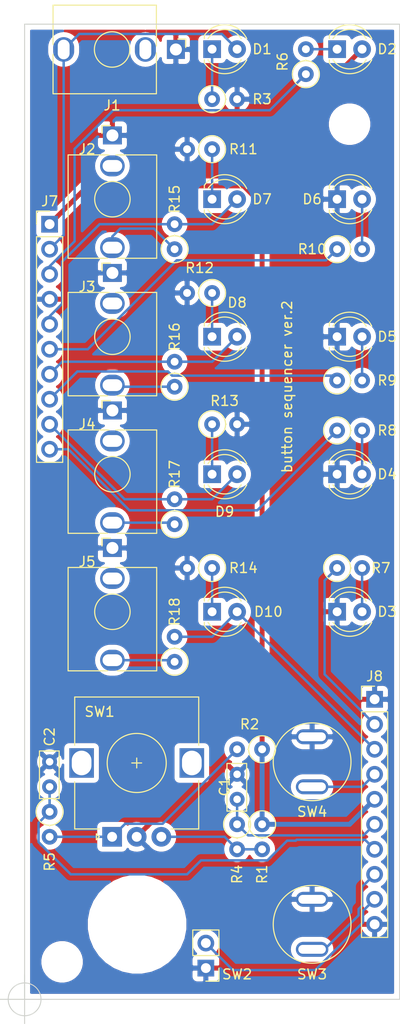
<source format=kicad_pcb>
(kicad_pcb (version 20171130) (host pcbnew "(5.1.8-0-10_14)")
  (layers (0 F.Cu signal) (31 B.Cu signal) (34 B.Paste user) (35 F.Paste user) (36 B.SilkS user) (37 F.SilkS user) (38 B.Mask user) (39 F.Mask user) (44 Edge.Cuts user))
  (net 0 "")
  (net 1 GND)
  (net 2 /Sheet62419879/re_2)
  (net 3 /Sheet62419879/re_1)
  (net 4 "Net-(D1-Pad1)")
  (net 5 /Sheet62419879/clock_in)
  (net 6 "Net-(D2-Pad1)")
  (net 7 +5V)
  (net 8 "Net-(D3-Pad2)")
  (net 9 "Net-(D4-Pad2)")
  (net 10 "Net-(D5-Pad2)")
  (net 11 "Net-(D6-Pad2)")
  (net 12 /Sheet62419879/gate_1)
  (net 13 "Net-(D7-Pad1)")
  (net 14 /Sheet62419879/gate_2)
  (net 15 "Net-(D8-Pad1)")
  (net 16 /Sheet62419879/gate_3)
  (net 17 "Net-(D9-Pad1)")
  (net 18 "Net-(D10-Pad1)")
  (net 19 /Sheet62419879/gate_4)
  (net 20 "Net-(J1-PadTN)")
  (net 21 "Net-(J2-PadTN)")
  (net 22 "Net-(J2-PadT)")
  (net 23 "Net-(J3-PadT)")
  (net 24 "Net-(J3-PadTN)")
  (net 25 "Net-(J4-PadTN)")
  (net 26 "Net-(J4-PadT)")
  (net 27 "Net-(J5-PadT)")
  (net 28 "Net-(J5-PadTN)")
  (net 29 /Sheet62419879/seq_start)
  (net 30 /Sheet62419879/select_1)
  (net 31 /Sheet62419879/select_2)
  (net 32 /Sheet62419879/select_3)
  (net 33 /Sheet62419879/sw_enter)
  (net 34 /Sheet62419879/select_4)
  (net 35 /Sheet62419879/sw_func_2)
  (net 36 /Sheet62419879/sw_func_1)
  (net 37 "Net-(R1-Pad2)")
  (net 38 "Net-(R2-Pad2)")
  (module MountingHole:MountingHole_3.2mm_M3 (layer F.Cu) (at 80.01 146.05)
    (fp_text reference REF** hide)
    (fp_text value MountingHole_3.2mm_M3 hide)
    (pad 1 np_thru_hole circle (at 0 0) (size 3.2 3.2) (drill 3.2) (layers *.Cu *.Mask))
  )
  (module MountingHole:MountingHole_3.2mm_M3 (layer F.Cu) (at 109.22 60.96)
    (fp_text reference REF** hide)
    (fp_text value MountingHole_3.2mm_M3 hide)
    (pad 1 np_thru_hole circle (at 0 0) (size 3.2 3.2) (drill 3.2) (layers *.Cu *.Mask))
  )
  (module Attenuverter:MountingHole_9mm (layer F.Cu) (at 87.63 142.24)
    (fp_text reference REF** hide)
    (fp_text value MountingHole_9mm hide)
    (pad "" np_thru_hole circle (at 0 0) (size 9 9) (drill 9) (layers *.Cu *.Mask))
  )
  (module LED_THT:LED_D4.0mm (layer F.Cu) (at 95.25 53.34)
    (fp_text reference D1 (at 5.08 0) (layer F.SilkS))
    (fp_text value clock)
    (fp_line (start -0.79 -1.399) (end -0.79 -1.08) (layer F.SilkS) (width 0.12))
    (fp_line (start -0.79 1.08) (end -0.79 1.399) (layer F.SilkS) (width 0.12))
    (fp_arc (start 1.27 0) (end -0.79 -1.398749) (angle 120.1) (layer F.SilkS) (width 0.12))
    (fp_arc (start 1.27 0) (end -0.79 1.398749) (angle -120.1) (layer F.SilkS) (width 0.12))
    (fp_arc (start 1.27 0) (end -0.41333 -1.08) (angle 114.6) (layer F.SilkS) (width 0.12))
    (fp_arc (start 1.27 0) (end -0.41333 1.08) (angle -114.6) (layer F.SilkS) (width 0.12))
    (pad 1 thru_hole rect (at 0 0) (size 1.8 1.8) (drill 0.9) (layers *.Cu *.Mask) (net 4 "Net-(D1-Pad1)"))
    (pad 2 thru_hole circle (at 2.54 0) (size 1.8 1.8) (drill 0.9) (layers *.Cu *.Mask) (net 5 /Sheet62419879/clock_in))
  )
  (module LED_THT:LED_D4.0mm (layer F.Cu) (at 107.95 53.34)
    (fp_text reference D2 (at 5.08 0) (layer F.SilkS))
    (fp_text value select4)
    (fp_line (start -0.79 -1.399) (end -0.79 -1.08) (layer F.SilkS) (width 0.12))
    (fp_line (start -0.79 1.08) (end -0.79 1.399) (layer F.SilkS) (width 0.12))
    (fp_arc (start 1.27 0) (end -0.79 -1.398749) (angle 120.1) (layer F.SilkS) (width 0.12))
    (fp_arc (start 1.27 0) (end -0.79 1.398749) (angle -120.1) (layer F.SilkS) (width 0.12))
    (fp_arc (start 1.27 0) (end -0.41333 -1.08) (angle 114.6) (layer F.SilkS) (width 0.12))
    (fp_arc (start 1.27 0) (end -0.41333 1.08) (angle -114.6) (layer F.SilkS) (width 0.12))
    (pad 1 thru_hole rect (at 0 0) (size 1.8 1.8) (drill 0.9) (layers *.Cu *.Mask) (net 6 "Net-(D2-Pad1)"))
    (pad 2 thru_hole circle (at 2.54 0) (size 1.8 1.8) (drill 0.9) (layers *.Cu *.Mask) (net 7 +5V))
  )
  (module LED_THT:LED_D4.0mm (layer F.Cu) (at 107.95 110.49)
    (fp_text reference D3 (at 5.08 0) (layer F.SilkS))
    (fp_text value select4)
    (fp_line (start -0.79 -1.399) (end -0.79 -1.08) (layer F.SilkS) (width 0.12))
    (fp_line (start -0.79 1.08) (end -0.79 1.399) (layer F.SilkS) (width 0.12))
    (fp_arc (start 1.27 0) (end -0.79 -1.398749) (angle 120.1) (layer F.SilkS) (width 0.12))
    (fp_arc (start 1.27 0) (end -0.79 1.398749) (angle -120.1) (layer F.SilkS) (width 0.12))
    (fp_arc (start 1.27 0) (end -0.41333 -1.08) (angle 114.6) (layer F.SilkS) (width 0.12))
    (fp_arc (start 1.27 0) (end -0.41333 1.08) (angle -114.6) (layer F.SilkS) (width 0.12))
    (pad 1 thru_hole rect (at 0 0) (size 1.8 1.8) (drill 0.9) (layers *.Cu *.Mask) (net 1 GND))
    (pad 2 thru_hole circle (at 2.54 0) (size 1.8 1.8) (drill 0.9) (layers *.Cu *.Mask) (net 8 "Net-(D3-Pad2)"))
  )
  (module LED_THT:LED_D4.0mm (layer F.Cu) (at 107.95 96.52)
    (fp_text reference D4 (at 5.08 0) (layer F.SilkS))
    (fp_text value select3)
    (fp_line (start -0.79 1.08) (end -0.79 1.399) (layer F.SilkS) (width 0.12))
    (fp_line (start -0.79 -1.399) (end -0.79 -1.08) (layer F.SilkS) (width 0.12))
    (fp_arc (start 1.27 0) (end -0.41333 1.08) (angle -114.6) (layer F.SilkS) (width 0.12))
    (fp_arc (start 1.27 0) (end -0.41333 -1.08) (angle 114.6) (layer F.SilkS) (width 0.12))
    (fp_arc (start 1.27 0) (end -0.79 1.398749) (angle -120.1) (layer F.SilkS) (width 0.12))
    (fp_arc (start 1.27 0) (end -0.79 -1.398749) (angle 120.1) (layer F.SilkS) (width 0.12))
    (pad 2 thru_hole circle (at 2.54 0) (size 1.8 1.8) (drill 0.9) (layers *.Cu *.Mask) (net 9 "Net-(D4-Pad2)"))
    (pad 1 thru_hole rect (at 0 0) (size 1.8 1.8) (drill 0.9) (layers *.Cu *.Mask) (net 1 GND))
  )
  (module LED_THT:LED_D4.0mm (layer F.Cu) (at 107.95 82.55)
    (fp_text reference D5 (at 5.08 0) (layer F.SilkS))
    (fp_text value select2)
    (fp_line (start -0.79 -1.399) (end -0.79 -1.08) (layer F.SilkS) (width 0.12))
    (fp_line (start -0.79 1.08) (end -0.79 1.399) (layer F.SilkS) (width 0.12))
    (fp_arc (start 1.27 0) (end -0.79 -1.398749) (angle 120.1) (layer F.SilkS) (width 0.12))
    (fp_arc (start 1.27 0) (end -0.79 1.398749) (angle -120.1) (layer F.SilkS) (width 0.12))
    (fp_arc (start 1.27 0) (end -0.41333 -1.08) (angle 114.6) (layer F.SilkS) (width 0.12))
    (fp_arc (start 1.27 0) (end -0.41333 1.08) (angle -114.6) (layer F.SilkS) (width 0.12))
    (pad 1 thru_hole rect (at 0 0) (size 1.8 1.8) (drill 0.9) (layers *.Cu *.Mask) (net 1 GND))
    (pad 2 thru_hole circle (at 2.54 0) (size 1.8 1.8) (drill 0.9) (layers *.Cu *.Mask) (net 10 "Net-(D5-Pad2)"))
  )
  (module LED_THT:LED_D4.0mm (layer F.Cu) (at 107.95 68.58)
    (fp_text reference D6 (at -2.54 0) (layer F.SilkS))
    (fp_text value select1)
    (fp_line (start -0.79 1.08) (end -0.79 1.399) (layer F.SilkS) (width 0.12))
    (fp_line (start -0.79 -1.399) (end -0.79 -1.08) (layer F.SilkS) (width 0.12))
    (fp_arc (start 1.27 0) (end -0.41333 1.08) (angle -114.6) (layer F.SilkS) (width 0.12))
    (fp_arc (start 1.27 0) (end -0.41333 -1.08) (angle 114.6) (layer F.SilkS) (width 0.12))
    (fp_arc (start 1.27 0) (end -0.79 1.398749) (angle -120.1) (layer F.SilkS) (width 0.12))
    (fp_arc (start 1.27 0) (end -0.79 -1.398749) (angle 120.1) (layer F.SilkS) (width 0.12))
    (pad 2 thru_hole circle (at 2.54 0) (size 1.8 1.8) (drill 0.9) (layers *.Cu *.Mask) (net 11 "Net-(D6-Pad2)"))
    (pad 1 thru_hole rect (at 0 0) (size 1.8 1.8) (drill 0.9) (layers *.Cu *.Mask) (net 1 GND))
  )
  (module LED_THT:LED_D4.0mm (layer F.Cu) (at 95.25 68.58)
    (fp_text reference D7 (at 5.08 0) (layer F.SilkS))
    (fp_text value gate1)
    (fp_line (start -0.79 1.08) (end -0.79 1.399) (layer F.SilkS) (width 0.12))
    (fp_line (start -0.79 -1.399) (end -0.79 -1.08) (layer F.SilkS) (width 0.12))
    (fp_arc (start 1.27 0) (end -0.41333 1.08) (angle -114.6) (layer F.SilkS) (width 0.12))
    (fp_arc (start 1.27 0) (end -0.41333 -1.08) (angle 114.6) (layer F.SilkS) (width 0.12))
    (fp_arc (start 1.27 0) (end -0.79 1.398749) (angle -120.1) (layer F.SilkS) (width 0.12))
    (fp_arc (start 1.27 0) (end -0.79 -1.398749) (angle 120.1) (layer F.SilkS) (width 0.12))
    (pad 2 thru_hole circle (at 2.54 0) (size 1.8 1.8) (drill 0.9) (layers *.Cu *.Mask) (net 12 /Sheet62419879/gate_1))
    (pad 1 thru_hole rect (at 0 0) (size 1.8 1.8) (drill 0.9) (layers *.Cu *.Mask) (net 13 "Net-(D7-Pad1)"))
  )
  (module LED_THT:LED_D4.0mm (layer F.Cu) (at 95.25 82.55)
    (fp_text reference D8 (at 2.54 -3.46) (layer F.SilkS))
    (fp_text value gate2)
    (fp_line (start -0.79 1.08) (end -0.79 1.399) (layer F.SilkS) (width 0.12))
    (fp_line (start -0.79 -1.399) (end -0.79 -1.08) (layer F.SilkS) (width 0.12))
    (fp_arc (start 1.27 0) (end -0.41333 1.08) (angle -114.6) (layer F.SilkS) (width 0.12))
    (fp_arc (start 1.27 0) (end -0.41333 -1.08) (angle 114.6) (layer F.SilkS) (width 0.12))
    (fp_arc (start 1.27 0) (end -0.79 1.398749) (angle -120.1) (layer F.SilkS) (width 0.12))
    (fp_arc (start 1.27 0) (end -0.79 -1.398749) (angle 120.1) (layer F.SilkS) (width 0.12))
    (pad 2 thru_hole circle (at 2.54 0) (size 1.8 1.8) (drill 0.9) (layers *.Cu *.Mask) (net 14 /Sheet62419879/gate_2))
    (pad 1 thru_hole rect (at 0 0) (size 1.8 1.8) (drill 0.9) (layers *.Cu *.Mask) (net 15 "Net-(D8-Pad1)"))
  )
  (module LED_THT:LED_D4.0mm (layer F.Cu) (at 95.25 96.52)
    (fp_text reference D9 (at 1.27 3.81) (layer F.SilkS))
    (fp_text value gate3)
    (fp_line (start -0.79 1.08) (end -0.79 1.399) (layer F.SilkS) (width 0.12))
    (fp_line (start -0.79 -1.399) (end -0.79 -1.08) (layer F.SilkS) (width 0.12))
    (fp_arc (start 1.27 0) (end -0.41333 1.08) (angle -114.6) (layer F.SilkS) (width 0.12))
    (fp_arc (start 1.27 0) (end -0.41333 -1.08) (angle 114.6) (layer F.SilkS) (width 0.12))
    (fp_arc (start 1.27 0) (end -0.79 1.398749) (angle -120.1) (layer F.SilkS) (width 0.12))
    (fp_arc (start 1.27 0) (end -0.79 -1.398749) (angle 120.1) (layer F.SilkS) (width 0.12))
    (pad 2 thru_hole circle (at 2.54 0) (size 1.8 1.8) (drill 0.9) (layers *.Cu *.Mask) (net 16 /Sheet62419879/gate_3))
    (pad 1 thru_hole rect (at 0 0) (size 1.8 1.8) (drill 0.9) (layers *.Cu *.Mask) (net 17 "Net-(D9-Pad1)"))
  )
  (module LED_THT:LED_D4.0mm (layer F.Cu) (at 95.25 110.49)
    (fp_text reference D10 (at 5.715 0) (layer F.SilkS))
    (fp_text value gate4)
    (fp_line (start -0.79 -1.399) (end -0.79 -1.08) (layer F.SilkS) (width 0.12))
    (fp_line (start -0.79 1.08) (end -0.79 1.399) (layer F.SilkS) (width 0.12))
    (fp_arc (start 1.27 0) (end -0.79 -1.398749) (angle 120.1) (layer F.SilkS) (width 0.12))
    (fp_arc (start 1.27 0) (end -0.79 1.398749) (angle -120.1) (layer F.SilkS) (width 0.12))
    (fp_arc (start 1.27 0) (end -0.41333 -1.08) (angle 114.6) (layer F.SilkS) (width 0.12))
    (fp_arc (start 1.27 0) (end -0.41333 1.08) (angle -114.6) (layer F.SilkS) (width 0.12))
    (pad 1 thru_hole rect (at 0 0) (size 1.8 1.8) (drill 0.9) (layers *.Cu *.Mask) (net 18 "Net-(D10-Pad1)"))
    (pad 2 thru_hole circle (at 2.54 0) (size 1.8 1.8) (drill 0.9) (layers *.Cu *.Mask) (net 19 /Sheet62419879/gate_4))
  )
  (module Attenuverter:mono_jack_3.5mm (layer F.Cu) (at 85.09 53.34 270)
    (fp_text reference J1 (at 5.715 0 180) (layer F.SilkS))
    (fp_text value clock_in)
    (fp_line (start -1.03 -7.48) (end -0.17 -7.48) (layer F.SilkS) (width 0.12))
    (fp_line (start -0.47 6) (end -4.47 6) (layer F.SilkS) (width 0.12))
    (fp_line (start -4.47 -4.5) (end -4.47 6) (layer F.SilkS) (width 0.12))
    (fp_line (start 4.53 -4.5) (end 4.53 6) (layer F.SilkS) (width 0.12))
    (fp_line (start 4.53 6) (end 0.53 6) (layer F.SilkS) (width 0.12))
    (fp_circle (center 0.03 0) (end 1.83 0) (layer F.SilkS) (width 0.12))
    (fp_line (start -1.03 -7.48) (end -1.03 -6.68) (layer F.SilkS) (width 0.12))
    (fp_line (start -0.32 -4.5) (end -4.47 -4.5) (layer F.SilkS) (width 0.12))
    (fp_line (start 4.53 -4.5) (end 0.38 -4.5) (layer F.SilkS) (width 0.12))
    (pad TN thru_hole oval (at 0.03 -3.38 90) (size 2.5 2.13) (drill oval 2 1.2) (layers *.Cu *.Mask) (net 20 "Net-(J1-PadTN)"))
    (pad T thru_hole oval (at 0.03 4.92 90) (size 2.5 2.13) (drill oval 2 1.2) (layers *.Cu *.Mask) (net 5 /Sheet62419879/clock_in))
    (pad S thru_hole rect (at 0.03 -6.48 90) (size 1.93 1.83) (drill 1.22) (layers *.Cu *.Mask) (net 1 GND))
  )
  (module Attenuverter:mono_jack_3.5mm (layer F.Cu) (at 85.09 68.58)
    (fp_text reference J2 (at -2.54 -5.08) (layer F.SilkS))
    (fp_text value gate_out_1)
    (fp_line (start -1.03 -7.48) (end -0.17 -7.48) (layer F.SilkS) (width 0.12))
    (fp_line (start -0.47 6) (end -4.47 6) (layer F.SilkS) (width 0.12))
    (fp_line (start -4.47 -4.5) (end -4.47 6) (layer F.SilkS) (width 0.12))
    (fp_line (start 4.53 -4.5) (end 4.53 6) (layer F.SilkS) (width 0.12))
    (fp_line (start 4.53 6) (end 0.53 6) (layer F.SilkS) (width 0.12))
    (fp_circle (center 0.03 0) (end 1.83 0) (layer F.SilkS) (width 0.12))
    (fp_line (start -1.03 -7.48) (end -1.03 -6.68) (layer F.SilkS) (width 0.12))
    (fp_line (start -0.32 -4.5) (end -4.47 -4.5) (layer F.SilkS) (width 0.12))
    (fp_line (start 4.53 -4.5) (end 0.38 -4.5) (layer F.SilkS) (width 0.12))
    (pad TN thru_hole oval (at 0.03 -3.38 180) (size 2.5 2.13) (drill oval 2 1.2) (layers *.Cu *.Mask) (net 21 "Net-(J2-PadTN)"))
    (pad T thru_hole oval (at 0.03 4.92 180) (size 2.5 2.13) (drill oval 2 1.2) (layers *.Cu *.Mask) (net 22 "Net-(J2-PadT)"))
    (pad S thru_hole rect (at 0.03 -6.48 180) (size 1.93 1.83) (drill 1.22) (layers *.Cu *.Mask) (net 1 GND))
  )
  (module Attenuverter:mono_jack_3.5mm (layer F.Cu) (at 85.09 82.55)
    (fp_text reference J3 (at -2.54 -5.08) (layer F.SilkS))
    (fp_text value gate_out_2)
    (fp_line (start 4.53 -4.5) (end 0.38 -4.5) (layer F.SilkS) (width 0.12))
    (fp_line (start -0.32 -4.5) (end -4.47 -4.5) (layer F.SilkS) (width 0.12))
    (fp_line (start -1.03 -7.48) (end -1.03 -6.68) (layer F.SilkS) (width 0.12))
    (fp_circle (center 0.03 0) (end 1.83 0) (layer F.SilkS) (width 0.12))
    (fp_line (start 4.53 6) (end 0.53 6) (layer F.SilkS) (width 0.12))
    (fp_line (start 4.53 -4.5) (end 4.53 6) (layer F.SilkS) (width 0.12))
    (fp_line (start -4.47 -4.5) (end -4.47 6) (layer F.SilkS) (width 0.12))
    (fp_line (start -0.47 6) (end -4.47 6) (layer F.SilkS) (width 0.12))
    (fp_line (start -1.03 -7.48) (end -0.17 -7.48) (layer F.SilkS) (width 0.12))
    (pad S thru_hole rect (at 0.03 -6.48 180) (size 1.93 1.83) (drill 1.22) (layers *.Cu *.Mask) (net 1 GND))
    (pad T thru_hole oval (at 0.03 4.92 180) (size 2.5 2.13) (drill oval 2 1.2) (layers *.Cu *.Mask) (net 23 "Net-(J3-PadT)"))
    (pad TN thru_hole oval (at 0.03 -3.38 180) (size 2.5 2.13) (drill oval 2 1.2) (layers *.Cu *.Mask) (net 24 "Net-(J3-PadTN)"))
  )
  (module Attenuverter:mono_jack_3.5mm (layer F.Cu) (at 85.09 96.52)
    (fp_text reference J4 (at -2.54 -5.08) (layer F.SilkS))
    (fp_text value gate_out_3)
    (fp_line (start -1.03 -7.48) (end -0.17 -7.48) (layer F.SilkS) (width 0.12))
    (fp_line (start -0.47 6) (end -4.47 6) (layer F.SilkS) (width 0.12))
    (fp_line (start -4.47 -4.5) (end -4.47 6) (layer F.SilkS) (width 0.12))
    (fp_line (start 4.53 -4.5) (end 4.53 6) (layer F.SilkS) (width 0.12))
    (fp_line (start 4.53 6) (end 0.53 6) (layer F.SilkS) (width 0.12))
    (fp_circle (center 0.03 0) (end 1.83 0) (layer F.SilkS) (width 0.12))
    (fp_line (start -1.03 -7.48) (end -1.03 -6.68) (layer F.SilkS) (width 0.12))
    (fp_line (start -0.32 -4.5) (end -4.47 -4.5) (layer F.SilkS) (width 0.12))
    (fp_line (start 4.53 -4.5) (end 0.38 -4.5) (layer F.SilkS) (width 0.12))
    (pad TN thru_hole oval (at 0.03 -3.38 180) (size 2.5 2.13) (drill oval 2 1.2) (layers *.Cu *.Mask) (net 25 "Net-(J4-PadTN)"))
    (pad T thru_hole oval (at 0.03 4.92 180) (size 2.5 2.13) (drill oval 2 1.2) (layers *.Cu *.Mask) (net 26 "Net-(J4-PadT)"))
    (pad S thru_hole rect (at 0.03 -6.48 180) (size 1.93 1.83) (drill 1.22) (layers *.Cu *.Mask) (net 1 GND))
  )
  (module Attenuverter:mono_jack_3.5mm (layer F.Cu) (at 85.09 110.49)
    (fp_text reference J5 (at -2.54 -5.08) (layer F.SilkS))
    (fp_text value gate_out_4)
    (fp_line (start 4.53 -4.5) (end 0.38 -4.5) (layer F.SilkS) (width 0.12))
    (fp_line (start -0.32 -4.5) (end -4.47 -4.5) (layer F.SilkS) (width 0.12))
    (fp_line (start -1.03 -7.48) (end -1.03 -6.68) (layer F.SilkS) (width 0.12))
    (fp_circle (center 0.03 0) (end 1.83 0) (layer F.SilkS) (width 0.12))
    (fp_line (start 4.53 6) (end 0.53 6) (layer F.SilkS) (width 0.12))
    (fp_line (start 4.53 -4.5) (end 4.53 6) (layer F.SilkS) (width 0.12))
    (fp_line (start -4.47 -4.5) (end -4.47 6) (layer F.SilkS) (width 0.12))
    (fp_line (start -0.47 6) (end -4.47 6) (layer F.SilkS) (width 0.12))
    (fp_line (start -1.03 -7.48) (end -0.17 -7.48) (layer F.SilkS) (width 0.12))
    (pad S thru_hole rect (at 0.03 -6.48 180) (size 1.93 1.83) (drill 1.22) (layers *.Cu *.Mask) (net 1 GND))
    (pad T thru_hole oval (at 0.03 4.92 180) (size 2.5 2.13) (drill oval 2 1.2) (layers *.Cu *.Mask) (net 27 "Net-(J5-PadT)"))
    (pad TN thru_hole oval (at 0.03 -3.38 180) (size 2.5 2.13) (drill oval 2 1.2) (layers *.Cu *.Mask) (net 28 "Net-(J5-PadTN)"))
  )
  (module Resistor_THT:R_Axial_DIN0207_L6.3mm_D2.5mm_P2.54mm_Vertical (layer F.Cu) (at 100.33 132.08 270)
    (fp_text reference R1 (at 5.08 0 90) (layer F.SilkS))
    (fp_text value 10k)
    (fp_circle (center 0 0) (end 1.37 0) (layer F.SilkS) (width 0.12))
    (fp_line (start 1.37 0) (end 1.44 0) (layer F.SilkS) (width 0.12))
    (pad 1 thru_hole circle (at 0 0 270) (size 1.6 1.6) (drill 0.8) (layers *.Cu *.Mask) (net 7 +5V))
    (pad 2 thru_hole oval (at 2.54 0 270) (size 1.6 1.6) (drill 0.8) (layers *.Cu *.Mask) (net 37 "Net-(R1-Pad2)"))
  )
  (module Resistor_THT:R_Axial_DIN0207_L6.3mm_D2.5mm_P2.54mm_Vertical (layer F.Cu) (at 100.33 124.46 180)
    (fp_text reference R2 (at 1.27 2.54) (layer F.SilkS))
    (fp_text value 10k)
    (fp_line (start 1.37 0) (end 1.44 0) (layer F.SilkS) (width 0.12))
    (fp_circle (center 0 0) (end 1.37 0) (layer F.SilkS) (width 0.12))
    (pad 2 thru_hole oval (at 2.54 0 180) (size 1.6 1.6) (drill 0.8) (layers *.Cu *.Mask) (net 38 "Net-(R2-Pad2)"))
    (pad 1 thru_hole circle (at 0 0 180) (size 1.6 1.6) (drill 0.8) (layers *.Cu *.Mask) (net 7 +5V))
  )
  (module Resistor_THT:R_Axial_DIN0207_L6.3mm_D2.5mm_P2.54mm_Vertical (layer F.Cu) (at 95.25 58.42)
    (fp_text reference R3 (at 5.08 0) (layer F.SilkS))
    (fp_text value 10k)
    (fp_circle (center 0 0) (end 1.37 0) (layer F.SilkS) (width 0.12))
    (fp_line (start 1.37 0) (end 1.44 0) (layer F.SilkS) (width 0.12))
    (pad 1 thru_hole circle (at 0 0) (size 1.6 1.6) (drill 0.8) (layers *.Cu *.Mask) (net 4 "Net-(D1-Pad1)"))
    (pad 2 thru_hole oval (at 2.54 0) (size 1.6 1.6) (drill 0.8) (layers *.Cu *.Mask) (net 1 GND))
  )
  (module Resistor_THT:R_Axial_DIN0207_L6.3mm_D2.5mm_P2.54mm_Vertical (layer F.Cu) (at 97.79 132.08 270)
    (fp_text reference R4 (at 5.08 0 90) (layer F.SilkS))
    (fp_text value 10k)
    (fp_line (start 1.37 0) (end 1.44 0) (layer F.SilkS) (width 0.12))
    (fp_circle (center 0 0) (end 1.37 0) (layer F.SilkS) (width 0.12))
    (pad 2 thru_hole oval (at 2.54 0 270) (size 1.6 1.6) (drill 0.8) (layers *.Cu *.Mask) (net 37 "Net-(R1-Pad2)"))
    (pad 1 thru_hole circle (at 0 0 270) (size 1.6 1.6) (drill 0.8) (layers *.Cu *.Mask) (net 2 /Sheet62419879/re_2))
  )
  (module Resistor_THT:R_Axial_DIN0207_L6.3mm_D2.5mm_P2.54mm_Vertical (layer F.Cu) (at 78.74 130.81 270)
    (fp_text reference R5 (at 5.08 0 90) (layer F.SilkS))
    (fp_text value 10k)
    (fp_line (start 1.37 0) (end 1.44 0) (layer F.SilkS) (width 0.12))
    (fp_circle (center 0 0) (end 1.37 0) (layer F.SilkS) (width 0.12))
    (pad 2 thru_hole oval (at 2.54 0 270) (size 1.6 1.6) (drill 0.8) (layers *.Cu *.Mask) (net 38 "Net-(R2-Pad2)"))
    (pad 1 thru_hole circle (at 0 0 270) (size 1.6 1.6) (drill 0.8) (layers *.Cu *.Mask) (net 3 /Sheet62419879/re_1))
  )
  (module Resistor_THT:R_Axial_DIN0207_L6.3mm_D2.5mm_P2.54mm_Vertical (layer F.Cu) (at 104.775 55.88 90)
    (fp_text reference R6 (at 1.27 -2.37 90) (layer F.SilkS))
    (fp_text value 1k)
    (fp_circle (center 0 0) (end 1.37 0) (layer F.SilkS) (width 0.12))
    (fp_line (start 1.37 0) (end 1.44 0) (layer F.SilkS) (width 0.12))
    (pad 1 thru_hole circle (at 0 0 90) (size 1.6 1.6) (drill 0.8) (layers *.Cu *.Mask) (net 29 /Sheet62419879/seq_start))
    (pad 2 thru_hole oval (at 2.54 0 90) (size 1.6 1.6) (drill 0.8) (layers *.Cu *.Mask) (net 6 "Net-(D2-Pad1)"))
  )
  (module Resistor_THT:R_Axial_DIN0207_L6.3mm_D2.5mm_P2.54mm_Vertical (layer F.Cu) (at 107.95 106.045)
    (fp_text reference R7 (at 4.445 0) (layer F.SilkS))
    (fp_text value 1k)
    (fp_circle (center 0 0) (end 1.37 0) (layer F.SilkS) (width 0.12))
    (fp_line (start 1.37 0) (end 1.44 0) (layer F.SilkS) (width 0.12))
    (pad 1 thru_hole circle (at 0 0) (size 1.6 1.6) (drill 0.8) (layers *.Cu *.Mask) (net 34 /Sheet62419879/select_4))
    (pad 2 thru_hole oval (at 2.54 0) (size 1.6 1.6) (drill 0.8) (layers *.Cu *.Mask) (net 8 "Net-(D3-Pad2)"))
  )
  (module Resistor_THT:R_Axial_DIN0207_L6.3mm_D2.5mm_P2.54mm_Vertical (layer F.Cu) (at 107.95 92.075)
    (fp_text reference R8 (at 5.08 0) (layer F.SilkS))
    (fp_text value 1k)
    (fp_line (start 1.37 0) (end 1.44 0) (layer F.SilkS) (width 0.12))
    (fp_circle (center 0 0) (end 1.37 0) (layer F.SilkS) (width 0.12))
    (pad 2 thru_hole oval (at 2.54 0) (size 1.6 1.6) (drill 0.8) (layers *.Cu *.Mask) (net 9 "Net-(D4-Pad2)"))
    (pad 1 thru_hole circle (at 0 0) (size 1.6 1.6) (drill 0.8) (layers *.Cu *.Mask) (net 32 /Sheet62419879/select_3))
  )
  (module Resistor_THT:R_Axial_DIN0207_L6.3mm_D2.5mm_P2.54mm_Vertical (layer F.Cu) (at 107.95 86.995)
    (fp_text reference R9 (at 5.08 0) (layer F.SilkS))
    (fp_text value 1k)
    (fp_circle (center 0 0) (end 1.37 0) (layer F.SilkS) (width 0.12))
    (fp_line (start 1.37 0) (end 1.44 0) (layer F.SilkS) (width 0.12))
    (pad 1 thru_hole circle (at 0 0) (size 1.6 1.6) (drill 0.8) (layers *.Cu *.Mask) (net 31 /Sheet62419879/select_2))
    (pad 2 thru_hole oval (at 2.54 0) (size 1.6 1.6) (drill 0.8) (layers *.Cu *.Mask) (net 10 "Net-(D5-Pad2)"))
  )
  (module Resistor_THT:R_Axial_DIN0207_L6.3mm_D2.5mm_P2.54mm_Vertical (layer F.Cu) (at 107.95 73.66)
    (fp_text reference R10 (at -2.54 0) (layer F.SilkS))
    (fp_text value 1k)
    (fp_line (start 1.37 0) (end 1.44 0) (layer F.SilkS) (width 0.12))
    (fp_circle (center 0 0) (end 1.37 0) (layer F.SilkS) (width 0.12))
    (pad 2 thru_hole oval (at 2.54 0) (size 1.6 1.6) (drill 0.8) (layers *.Cu *.Mask) (net 11 "Net-(D6-Pad2)"))
    (pad 1 thru_hole circle (at 0 0) (size 1.6 1.6) (drill 0.8) (layers *.Cu *.Mask) (net 30 /Sheet62419879/select_1))
  )
  (module Resistor_THT:R_Axial_DIN0207_L6.3mm_D2.5mm_P2.54mm_Vertical (layer F.Cu) (at 95.25 63.5 180)
    (fp_text reference R11 (at -3.175 0) (layer F.SilkS))
    (fp_text value 3.3k)
    (fp_circle (center 0 0) (end 1.37 0) (layer F.SilkS) (width 0.12))
    (fp_line (start 1.37 0) (end 1.44 0) (layer F.SilkS) (width 0.12))
    (pad 1 thru_hole circle (at 0 0 180) (size 1.6 1.6) (drill 0.8) (layers *.Cu *.Mask) (net 13 "Net-(D7-Pad1)"))
    (pad 2 thru_hole oval (at 2.54 0 180) (size 1.6 1.6) (drill 0.8) (layers *.Cu *.Mask) (net 1 GND))
  )
  (module Resistor_THT:R_Axial_DIN0207_L6.3mm_D2.5mm_P2.54mm_Vertical (layer F.Cu) (at 95.25 78.105 180)
    (fp_text reference R12 (at 1.27 2.54) (layer F.SilkS))
    (fp_text value 3.3k)
    (fp_circle (center 0 0) (end 1.37 0) (layer F.SilkS) (width 0.12))
    (fp_line (start 1.37 0) (end 1.44 0) (layer F.SilkS) (width 0.12))
    (pad 1 thru_hole circle (at 0 0 180) (size 1.6 1.6) (drill 0.8) (layers *.Cu *.Mask) (net 15 "Net-(D8-Pad1)"))
    (pad 2 thru_hole oval (at 2.54 0 180) (size 1.6 1.6) (drill 0.8) (layers *.Cu *.Mask) (net 1 GND))
  )
  (module Resistor_THT:R_Axial_DIN0207_L6.3mm_D2.5mm_P2.54mm_Vertical (layer F.Cu) (at 95.25 91.44)
    (fp_text reference R13 (at 1.27 -2.37) (layer F.SilkS))
    (fp_text value 3.3k)
    (fp_line (start 1.37 0) (end 1.44 0) (layer F.SilkS) (width 0.12))
    (fp_circle (center 0 0) (end 1.37 0) (layer F.SilkS) (width 0.12))
    (pad 2 thru_hole oval (at 2.54 0) (size 1.6 1.6) (drill 0.8) (layers *.Cu *.Mask) (net 1 GND))
    (pad 1 thru_hole circle (at 0 0) (size 1.6 1.6) (drill 0.8) (layers *.Cu *.Mask) (net 17 "Net-(D9-Pad1)"))
  )
  (module Resistor_THT:R_Axial_DIN0207_L6.3mm_D2.5mm_P2.54mm_Vertical (layer F.Cu) (at 95.25 106.045 180)
    (fp_text reference R14 (at -3.175 0) (layer F.SilkS))
    (fp_text value 3.3k)
    (fp_circle (center 0 0) (end 1.37 0) (layer F.SilkS) (width 0.12))
    (fp_line (start 1.37 0) (end 1.44 0) (layer F.SilkS) (width 0.12))
    (pad 1 thru_hole circle (at 0 0 180) (size 1.6 1.6) (drill 0.8) (layers *.Cu *.Mask) (net 18 "Net-(D10-Pad1)"))
    (pad 2 thru_hole oval (at 2.54 0 180) (size 1.6 1.6) (drill 0.8) (layers *.Cu *.Mask) (net 1 GND))
  )
  (module Resistor_THT:R_Axial_DIN0207_L6.3mm_D2.5mm_P2.54mm_Vertical (layer F.Cu) (at 91.44 73.66 90)
    (fp_text reference R15 (at 5.08 0 90) (layer F.SilkS))
    (fp_text value 1k)
    (fp_line (start 1.37 0) (end 1.44 0) (layer F.SilkS) (width 0.12))
    (fp_circle (center 0 0) (end 1.37 0) (layer F.SilkS) (width 0.12))
    (pad 2 thru_hole oval (at 2.54 0 90) (size 1.6 1.6) (drill 0.8) (layers *.Cu *.Mask) (net 12 /Sheet62419879/gate_1))
    (pad 1 thru_hole circle (at 0 0 90) (size 1.6 1.6) (drill 0.8) (layers *.Cu *.Mask) (net 22 "Net-(J2-PadT)"))
  )
  (module Resistor_THT:R_Axial_DIN0207_L6.3mm_D2.5mm_P2.54mm_Vertical (layer F.Cu) (at 91.44 87.63 90)
    (fp_text reference R16 (at 5.08 0 90) (layer F.SilkS))
    (fp_text value 1k)
    (fp_line (start 1.37 0) (end 1.44 0) (layer F.SilkS) (width 0.12))
    (fp_circle (center 0 0) (end 1.37 0) (layer F.SilkS) (width 0.12))
    (pad 2 thru_hole oval (at 2.54 0 90) (size 1.6 1.6) (drill 0.8) (layers *.Cu *.Mask) (net 14 /Sheet62419879/gate_2))
    (pad 1 thru_hole circle (at 0 0 90) (size 1.6 1.6) (drill 0.8) (layers *.Cu *.Mask) (net 23 "Net-(J3-PadT)"))
  )
  (module Resistor_THT:R_Axial_DIN0207_L6.3mm_D2.5mm_P2.54mm_Vertical (layer F.Cu) (at 91.44 101.6 90)
    (fp_text reference R17 (at 5.08 0 90) (layer F.SilkS))
    (fp_text value 1k)
    (fp_line (start 1.37 0) (end 1.44 0) (layer F.SilkS) (width 0.12))
    (fp_circle (center 0 0) (end 1.37 0) (layer F.SilkS) (width 0.12))
    (pad 2 thru_hole oval (at 2.54 0 90) (size 1.6 1.6) (drill 0.8) (layers *.Cu *.Mask) (net 16 /Sheet62419879/gate_3))
    (pad 1 thru_hole circle (at 0 0 90) (size 1.6 1.6) (drill 0.8) (layers *.Cu *.Mask) (net 26 "Net-(J4-PadT)"))
  )
  (module Resistor_THT:R_Axial_DIN0207_L6.3mm_D2.5mm_P2.54mm_Vertical (layer F.Cu) (at 91.44 115.57 90)
    (fp_text reference R18 (at 5.08 0 90) (layer F.SilkS))
    (fp_text value 1k)
    (fp_circle (center 0 0) (end 1.37 0) (layer F.SilkS) (width 0.12))
    (fp_line (start 1.37 0) (end 1.44 0) (layer F.SilkS) (width 0.12))
    (pad 1 thru_hole circle (at 0 0 90) (size 1.6 1.6) (drill 0.8) (layers *.Cu *.Mask) (net 27 "Net-(J5-PadT)"))
    (pad 2 thru_hole oval (at 2.54 0 90) (size 1.6 1.6) (drill 0.8) (layers *.Cu *.Mask) (net 19 /Sheet62419879/gate_4))
  )
  (module Rotary_Encoder:RotaryEncoder_Alps_EC12E_Vertical_H20mm (layer F.Cu) (at 85.09 133.35 90)
    (fp_text reference SW1 (at 12.7 -1.27 180) (layer F.SilkS))
    (fp_text value Rotary_Encoder)
    (fp_line (start 7 2.5) (end 8 2.5) (layer F.SilkS) (width 0.12))
    (fp_line (start 7.5 2) (end 7.5 3) (layer F.SilkS) (width 0.12))
    (fp_line (start 0.3 -1.6) (end 0 -1.3) (layer F.SilkS) (width 0.12))
    (fp_line (start -0.3 -1.6) (end 0.3 -1.6) (layer F.SilkS) (width 0.12))
    (fp_line (start 0 -1.3) (end -0.3 -1.6) (layer F.SilkS) (width 0.12))
    (fp_line (start 0.8 -3.8) (end 0.8 -1.3) (layer F.SilkS) (width 0.12))
    (fp_line (start 5.6 -3.8) (end 0.8 -3.8) (layer F.SilkS) (width 0.12))
    (fp_line (start 0.8 8.8) (end 0.8 6) (layer F.SilkS) (width 0.12))
    (fp_line (start 5.7 8.8) (end 0.8 8.8) (layer F.SilkS) (width 0.12))
    (fp_line (start 14.2 8.8) (end 9.3 8.8) (layer F.SilkS) (width 0.12))
    (fp_line (start 14.2 -3.8) (end 14.2 8.8) (layer F.SilkS) (width 0.12))
    (fp_line (start 9.3 -3.8) (end 14.2 -3.8) (layer F.SilkS) (width 0.12))
    (fp_circle (center 7.5 2.5) (end 10.5 2.5) (layer F.SilkS) (width 0.12))
    (pad MP thru_hole rect (at 7.5 8.1 90) (size 3 2.5) (drill oval 2.5 2) (layers *.Cu *.Mask))
    (pad MP thru_hole rect (at 7.5 -3.1 90) (size 3 2.5) (drill oval 2.5 2) (layers *.Cu *.Mask))
    (pad B thru_hole circle (at 0 5 90) (size 2 2) (drill 1) (layers *.Cu *.Mask) (net 37 "Net-(R1-Pad2)"))
    (pad C thru_hole circle (at 0 2.5 90) (size 2 2) (drill 1) (layers *.Cu *.Mask) (net 1 GND))
    (pad A thru_hole rect (at 0 0 90) (size 2 2) (drill 1) (layers *.Cu *.Mask) (net 38 "Net-(R2-Pad2)"))
  )
  (module Connector_PinHeader_2.54mm:PinHeader_1x02_P2.54mm_Vertical (layer F.Cu) (at 94.615 146.685 180)
    (fp_text reference SW2 (at -3.175 -0.635) (layer F.SilkS))
    (fp_text value enter)
    (fp_line (start -1.33 3.87) (end 1.33 3.87) (layer F.SilkS) (width 0.12))
    (fp_line (start -1.33 1.27) (end -1.33 3.87) (layer F.SilkS) (width 0.12))
    (fp_line (start 1.33 1.27) (end 1.33 3.87) (layer F.SilkS) (width 0.12))
    (fp_line (start -1.33 1.27) (end 1.33 1.27) (layer F.SilkS) (width 0.12))
    (fp_line (start -1.33 0) (end -1.33 -1.33) (layer F.SilkS) (width 0.12))
    (fp_line (start -1.33 -1.33) (end 0 -1.33) (layer F.SilkS) (width 0.12))
    (pad 2 thru_hole oval (at 0 2.54 180) (size 1.7 1.7) (drill 1) (layers *.Cu *.Mask) (net 33 /Sheet62419879/sw_enter))
    (pad 1 thru_hole rect (at 0 0 180) (size 1.7 1.7) (drill 1) (layers *.Cu *.Mask) (net 1 GND))
  )
  (module Attenuverter:C_Axial_L4.8mm_D2.0mm_P2.54mm_Horizontal (layer F.Cu) (at 97.79 129.54 90)
    (fp_text reference C1 (at 1.27 -1.27 90) (layer F.SilkS))
    (fp_text value 0.1u)
    (fp_line (start -1.2 -1.03) (end -1.2 0.97) (layer F.SilkS) (width 0.12))
    (fp_line (start -1.2 0.97) (end 3.64 0.97) (layer F.SilkS) (width 0.12))
    (fp_line (start 3.64 0.97) (end 3.64 -1.03) (layer F.SilkS) (width 0.12))
    (fp_line (start 3.64 -1.03) (end -1.2 -1.03) (layer F.SilkS) (width 0.12))
    (pad 2 thru_hole circle (at 2.54 0 90) (size 1.524 1.524) (drill 0.762) (layers *.Cu *.Mask) (net 1 GND))
    (pad 1 thru_hole circle (at 0 0 90) (size 1.524 1.524) (drill 0.762) (layers *.Cu *.Mask) (net 2 /Sheet62419879/re_2))
  )
  (module Attenuverter:C_Axial_L4.8mm_D2.0mm_P2.54mm_Horizontal (layer F.Cu) (at 78.74 128.27 90)
    (fp_text reference C2 (at 5.08 0 90) (layer F.SilkS))
    (fp_text value 0.1u)
    (fp_line (start 3.64 -1.03) (end -1.2 -1.03) (layer F.SilkS) (width 0.12))
    (fp_line (start 3.64 0.97) (end 3.64 -1.03) (layer F.SilkS) (width 0.12))
    (fp_line (start -1.2 0.97) (end 3.64 0.97) (layer F.SilkS) (width 0.12))
    (fp_line (start -1.2 -1.03) (end -1.2 0.97) (layer F.SilkS) (width 0.12))
    (pad 1 thru_hole circle (at 0 0 90) (size 1.524 1.524) (drill 0.762) (layers *.Cu *.Mask) (net 3 /Sheet62419879/re_1))
    (pad 2 thru_hole circle (at 2.54 0 90) (size 1.524 1.524) (drill 0.762) (layers *.Cu *.Mask) (net 1 GND))
  )
  (module Connector_PinHeader_2.54mm:PinHeader_1x10_P2.54mm_Vertical (layer F.Cu) (at 78.74 71.12)
    (fp_text reference J7 (at 0 -2.33) (layer F.SilkS))
    (fp_text value bus_L)
    (fp_line (start -1.33 24.19) (end 1.33 24.19) (layer F.SilkS) (width 0.12))
    (fp_line (start -1.33 1.27) (end -1.33 24.19) (layer F.SilkS) (width 0.12))
    (fp_line (start 1.33 1.27) (end 1.33 24.19) (layer F.SilkS) (width 0.12))
    (fp_line (start -1.33 1.27) (end 1.33 1.27) (layer F.SilkS) (width 0.12))
    (fp_line (start -1.33 0) (end -1.33 -1.33) (layer F.SilkS) (width 0.12))
    (fp_line (start -1.33 -1.33) (end 0 -1.33) (layer F.SilkS) (width 0.12))
    (pad 10 thru_hole oval (at 0 22.86) (size 1.7 1.7) (drill 1) (layers *.Cu *.Mask) (net 32 /Sheet62419879/select_3))
    (pad 9 thru_hole oval (at 0 20.32) (size 1.7 1.7) (drill 1) (layers *.Cu *.Mask) (net 16 /Sheet62419879/gate_3))
    (pad 8 thru_hole oval (at 0 17.78) (size 1.7 1.7) (drill 1) (layers *.Cu *.Mask) (net 31 /Sheet62419879/select_2))
    (pad 7 thru_hole oval (at 0 15.24) (size 1.7 1.7) (drill 1) (layers *.Cu *.Mask) (net 14 /Sheet62419879/gate_2))
    (pad 6 thru_hole oval (at 0 12.7) (size 1.7 1.7) (drill 1) (layers *.Cu *.Mask) (net 30 /Sheet62419879/select_1))
    (pad 5 thru_hole oval (at 0 10.16) (size 1.7 1.7) (drill 1) (layers *.Cu *.Mask) (net 12 /Sheet62419879/gate_1))
    (pad 4 thru_hole oval (at 0 7.62) (size 1.7 1.7) (drill 1) (layers *.Cu *.Mask) (net 1 GND))
    (pad 3 thru_hole oval (at 0 5.08) (size 1.7 1.7) (drill 1) (layers *.Cu *.Mask) (net 29 /Sheet62419879/seq_start))
    (pad 2 thru_hole oval (at 0 2.54) (size 1.7 1.7) (drill 1) (layers *.Cu *.Mask) (net 5 /Sheet62419879/clock_in))
    (pad 1 thru_hole rect (at 0 0) (size 1.7 1.7) (drill 1) (layers *.Cu *.Mask) (net 7 +5V))
  )
  (module Connector_PinHeader_2.54mm:PinHeader_1x10_P2.54mm_Vertical (layer F.Cu) (at 111.76 119.38)
    (fp_text reference J8 (at 0 -2.33) (layer F.SilkS))
    (fp_text value bus_R)
    (fp_line (start -1.33 -1.33) (end 0 -1.33) (layer F.SilkS) (width 0.12))
    (fp_line (start -1.33 0) (end -1.33 -1.33) (layer F.SilkS) (width 0.12))
    (fp_line (start -1.33 1.27) (end 1.33 1.27) (layer F.SilkS) (width 0.12))
    (fp_line (start 1.33 1.27) (end 1.33 24.19) (layer F.SilkS) (width 0.12))
    (fp_line (start -1.33 1.27) (end -1.33 24.19) (layer F.SilkS) (width 0.12))
    (fp_line (start -1.33 24.19) (end 1.33 24.19) (layer F.SilkS) (width 0.12))
    (pad 1 thru_hole rect (at 0 0) (size 1.7 1.7) (drill 1) (layers *.Cu *.Mask) (net 1 GND))
    (pad 2 thru_hole oval (at 0 2.54) (size 1.7 1.7) (drill 1) (layers *.Cu *.Mask) (net 34 /Sheet62419879/select_4))
    (pad 3 thru_hole oval (at 0 5.08) (size 1.7 1.7) (drill 1) (layers *.Cu *.Mask) (net 19 /Sheet62419879/gate_4))
    (pad 4 thru_hole oval (at 0 7.62) (size 1.7 1.7) (drill 1) (layers *.Cu *.Mask) (net 36 /Sheet62419879/sw_func_1))
    (pad 5 thru_hole oval (at 0 10.16) (size 1.7 1.7) (drill 1) (layers *.Cu *.Mask) (net 7 +5V))
    (pad 6 thru_hole oval (at 0 12.7) (size 1.7 1.7) (drill 1) (layers *.Cu *.Mask) (net 2 /Sheet62419879/re_2))
    (pad 7 thru_hole oval (at 0 15.24) (size 1.7 1.7) (drill 1) (layers *.Cu *.Mask) (net 3 /Sheet62419879/re_1))
    (pad 8 thru_hole oval (at 0 17.78) (size 1.7 1.7) (drill 1) (layers *.Cu *.Mask) (net 35 /Sheet62419879/sw_func_2))
    (pad 9 thru_hole oval (at 0 20.32) (size 1.7 1.7) (drill 1) (layers *.Cu *.Mask) (net 33 /Sheet62419879/sw_enter))
    (pad 10 thru_hole oval (at 0 22.86) (size 1.7 1.7) (drill 1) (layers *.Cu *.Mask) (net 1 GND))
  )
  (module Attenuverter:push_button (layer F.Cu) (at 105.41 142.24)
    (fp_text reference SW3 (at 0 5.08) (layer F.SilkS))
    (fp_text value func2)
    (fp_circle (center 0 0) (end 3.95 0) (layer F.SilkS) (width 0.12))
    (pad 1 thru_hole oval (at 0 -2.54) (size 3.3 1.524) (drill oval 2.8 0.9) (layers *.Cu *.Mask) (net 1 GND))
    (pad 2 thru_hole oval (at 0 2.54) (size 3.3 1.524) (drill oval 2.8 0.9) (layers *.Cu *.Mask) (net 35 /Sheet62419879/sw_func_2))
  )
  (module Attenuverter:push_button (layer F.Cu) (at 105.41 125.73)
    (fp_text reference SW4 (at 0 5.08) (layer F.SilkS))
    (fp_text value function)
    (fp_circle (center 0 0) (end 3.95 0) (layer F.SilkS) (width 0.12))
    (pad 2 thru_hole oval (at 0 2.54) (size 3.3 1.524) (drill oval 2.8 0.9) (layers *.Cu *.Mask) (net 36 /Sheet62419879/sw_func_1))
    (pad 1 thru_hole oval (at 0 -2.54) (size 3.3 1.524) (drill oval 2.8 0.9) (layers *.Cu *.Mask) (net 1 GND))
  )
  (gr_text "button sequencer ver.2" (at 102.87 87.63 90) (layer F.SilkS) (effects (font (size 1 1))))
  (target plus (at 76.2 149.86) (size 5) (width 0.1) (layer Edge.Cuts))
  (gr_line (start 114.3 50.8) (end 76.2 50.8) (layer Edge.Cuts) (width 0.1))
  (gr_line (start 114.3 149.86) (end 114.3 50.8) (layer Edge.Cuts) (width 0.1))
  (gr_line (start 76.2 149.86) (end 114.3 149.86) (layer Edge.Cuts) (width 0.1))
  (gr_line (start 76.2 50.8) (end 76.2 149.86) (layer Edge.Cuts) (width 0.1))
  (segment (start 97.79 129.54) (end 97.79 132.08) (width 0.25) (layer B.Cu) (net 2))
  (segment (start 110.634999 133.205001) (end 111.76 132.08) (width 0.25) (layer B.Cu) (net 2))
  (segment (start 98.915001 133.205001) (end 110.634999 133.205001) (width 0.25) (layer B.Cu) (net 2))
  (segment (start 97.79 132.08) (end 98.915001 133.205001) (width 0.25) (layer B.Cu) (net 2))
  (segment (start 78.74 128.27) (end 78.74 130.81) (width 0.25) (layer B.Cu) (net 3))
  (segment (start 77.614999 133.890001) (end 77.614999 131.935001) (width 0.25) (layer B.Cu) (net 3))
  (segment (start 94.124999 135.745001) (end 92.71 137.16) (width 0.25) (layer B.Cu) (net 3))
  (segment (start 100.870001 135.745001) (end 94.124999 135.745001) (width 0.25) (layer B.Cu) (net 3))
  (segment (start 80.884998 137.16) (end 77.614999 133.890001) (width 0.25) (layer B.Cu) (net 3))
  (segment (start 102.87 133.745002) (end 100.870001 135.745001) (width 0.25) (layer B.Cu) (net 3))
  (segment (start 103.744998 133.745002) (end 102.87 133.745002) (width 0.25) (layer B.Cu) (net 3))
  (segment (start 103.834989 133.655011) (end 103.744998 133.745002) (width 0.25) (layer B.Cu) (net 3))
  (segment (start 77.614999 131.935001) (end 78.74 130.81) (width 0.25) (layer B.Cu) (net 3))
  (segment (start 92.71 137.16) (end 80.884998 137.16) (width 0.25) (layer B.Cu) (net 3))
  (segment (start 110.795011 133.655011) (end 103.834989 133.655011) (width 0.25) (layer B.Cu) (net 3))
  (segment (start 111.76 134.62) (end 110.795011 133.655011) (width 0.25) (layer B.Cu) (net 3))
  (segment (start 95.25 53.34) (end 95.25 58.42) (width 0.25) (layer B.Cu) (net 4))
  (segment (start 96.24499 51.79499) (end 97.79 53.34) (width 0.25) (layer B.Cu) (net 5))
  (segment (start 81.74501 51.79499) (end 96.24499 51.79499) (width 0.25) (layer B.Cu) (net 5))
  (segment (start 80.17 53.37) (end 81.74501 51.79499) (width 0.25) (layer B.Cu) (net 5))
  (segment (start 80.17 72.23) (end 80.17 53.37) (width 0.25) (layer B.Cu) (net 5))
  (segment (start 78.74 73.66) (end 80.17 72.23) (width 0.25) (layer B.Cu) (net 5))
  (segment (start 105.41 53.34) (end 107.95 53.34) (width 0.25) (layer B.Cu) (net 6))
  (segment (start 96.600001 67.229999) (end 110.49 53.34) (width 0.5) (layer F.Cu) (net 7))
  (segment (start 82.630001 67.229999) (end 96.600001 67.229999) (width 0.5) (layer F.Cu) (net 7))
  (segment (start 78.74 71.12) (end 82.630001 67.229999) (width 0.5) (layer F.Cu) (net 7))
  (segment (start 109.22 132.08) (end 100.33 132.08) (width 0.5) (layer B.Cu) (net 7))
  (segment (start 111.76 129.54) (end 109.22 132.08) (width 0.5) (layer B.Cu) (net 7))
  (segment (start 100.33 132.08) (end 100.33 124.46) (width 0.5) (layer B.Cu) (net 7))
  (segment (start 100.33 69.121998) (end 100.33 124.46) (width 0.5) (layer F.Cu) (net 7))
  (segment (start 98.438001 67.229999) (end 100.33 69.121998) (width 0.5) (layer F.Cu) (net 7))
  (segment (start 96.600001 67.229999) (end 98.438001 67.229999) (width 0.5) (layer F.Cu) (net 7))
  (segment (start 110.49 106.68) (end 110.49 110.49) (width 0.25) (layer B.Cu) (net 8))
  (segment (start 110.49 93.98) (end 110.49 96.52) (width 0.25) (layer B.Cu) (net 9))
  (segment (start 110.49 92.075) (end 110.49 93.98) (width 0.25) (layer B.Cu) (net 9))
  (segment (start 110.49 86.36) (end 110.49 82.55) (width 0.25) (layer B.Cu) (net 10))
  (segment (start 110.49 73.66) (end 110.49 68.58) (width 0.25) (layer B.Cu) (net 11))
  (segment (start 95.25 71.12) (end 97.79 68.58) (width 0.25) (layer B.Cu) (net 12))
  (segment (start 91.44 71.12) (end 95.25 71.12) (width 0.25) (layer B.Cu) (net 12))
  (segment (start 78.74 80.479002) (end 78.74 81.28) (width 0.25) (layer B.Cu) (net 12))
  (segment (start 80.01 74.93) (end 80.01 79.209002) (width 0.25) (layer B.Cu) (net 12))
  (segment (start 80.01 79.209002) (end 78.74 80.479002) (width 0.25) (layer B.Cu) (net 12))
  (segment (start 83.82 71.12) (end 80.01 74.93) (width 0.25) (layer B.Cu) (net 12))
  (segment (start 91.44 71.12) (end 83.82 71.12) (width 0.25) (layer B.Cu) (net 12))
  (segment (start 95.25 68.58) (end 95.25 63.5) (width 0.25) (layer B.Cu) (net 13))
  (segment (start 95.25 85.09) (end 91.44 85.09) (width 0.25) (layer B.Cu) (net 14))
  (segment (start 97.79 82.55) (end 95.25 85.09) (width 0.25) (layer B.Cu) (net 14))
  (segment (start 80.01 85.09) (end 91.44 85.09) (width 0.25) (layer B.Cu) (net 14))
  (segment (start 78.74 86.36) (end 80.01 85.09) (width 0.25) (layer B.Cu) (net 14))
  (segment (start 95.25 82.55) (end 95.25 78.74) (width 0.25) (layer B.Cu) (net 15))
  (segment (start 97.635002 96.52) (end 97.79 96.52) (width 0.25) (layer B.Cu) (net 16))
  (segment (start 95.25 99.06) (end 91.44 99.06) (width 0.25) (layer B.Cu) (net 16))
  (segment (start 97.79 96.52) (end 95.25 99.06) (width 0.25) (layer B.Cu) (net 16))
  (segment (start 86.36 99.06) (end 91.44 99.06) (width 0.25) (layer B.Cu) (net 16))
  (segment (start 78.74 91.44) (end 86.36 99.06) (width 0.25) (layer B.Cu) (net 16))
  (segment (start 95.25 91.44) (end 95.25 96.52) (width 0.25) (layer B.Cu) (net 17))
  (segment (start 95.25 110.49) (end 95.25 106.68) (width 0.25) (layer B.Cu) (net 18))
  (segment (start 95.25 113.03) (end 91.44 113.03) (width 0.25) (layer B.Cu) (net 19))
  (segment (start 97.79 110.49) (end 95.25 113.03) (width 0.25) (layer B.Cu) (net 19))
  (segment (start 111.76 124.46) (end 97.79 110.49) (width 0.25) (layer B.Cu) (net 19))
  (segment (start 85.28 73.66) (end 85.12 73.5) (width 0.25) (layer B.Cu) (net 22))
  (segment (start 91.44 73.66) (end 89.35001 71.57001) (width 0.25) (layer B.Cu) (net 22))
  (segment (start 89.35001 71.57001) (end 85.90999 71.57001) (width 0.25) (layer B.Cu) (net 22))
  (segment (start 85.12 72.36) (end 85.12 73.5) (width 0.25) (layer B.Cu) (net 22))
  (segment (start 85.90999 71.57001) (end 85.12 72.36) (width 0.25) (layer B.Cu) (net 22))
  (segment (start 85.28 87.63) (end 85.12 87.47) (width 0.25) (layer B.Cu) (net 23))
  (segment (start 91.44 87.63) (end 85.28 87.63) (width 0.25) (layer B.Cu) (net 23))
  (segment (start 91.28 101.44) (end 91.44 101.6) (width 0.25) (layer B.Cu) (net 26))
  (segment (start 85.12 101.44) (end 91.28 101.44) (width 0.25) (layer B.Cu) (net 26))
  (segment (start 91.28 115.41) (end 91.44 115.57) (width 0.25) (layer B.Cu) (net 27))
  (segment (start 85.12 115.41) (end 91.28 115.41) (width 0.25) (layer B.Cu) (net 27))
  (segment (start 85.209997 59.545001) (end 101.109999 59.545001) (width 0.25) (layer B.Cu) (net 29))
  (segment (start 81.28 63.474998) (end 85.209997 59.545001) (width 0.25) (layer B.Cu) (net 29))
  (segment (start 101.109999 59.545001) (end 104.775 55.88) (width 0.25) (layer B.Cu) (net 29))
  (segment (start 78.74 75.399002) (end 78.74 76.2) (width 0.25) (layer B.Cu) (net 29))
  (segment (start 81.28 72.859002) (end 78.74 75.399002) (width 0.25) (layer B.Cu) (net 29))
  (segment (start 81.28 63.474998) (end 81.28 72.859002) (width 0.25) (layer B.Cu) (net 29))
  (segment (start 91.655769 74.785001) (end 106.824999 74.785001) (width 0.25) (layer B.Cu) (net 30))
  (segment (start 106.824999 74.785001) (end 107.95 73.66) (width 0.25) (layer B.Cu) (net 30))
  (segment (start 82.62077 83.82) (end 91.655769 74.785001) (width 0.25) (layer B.Cu) (net 30))
  (segment (start 78.74 83.82) (end 82.62077 83.82) (width 0.25) (layer B.Cu) (net 30))
  (segment (start 91.189997 86.504999) (end 107.459999 86.504999) (width 0.25) (layer B.Cu) (net 31))
  (segment (start 107.459999 86.504999) (end 107.95 86.995) (width 0.25) (layer B.Cu) (net 31))
  (segment (start 90.764988 86.07999) (end 91.189997 86.504999) (width 0.25) (layer B.Cu) (net 31))
  (segment (start 81.56001 86.07999) (end 90.764988 86.07999) (width 0.25) (layer B.Cu) (net 31))
  (segment (start 78.74 88.9) (end 81.56001 86.07999) (width 0.25) (layer B.Cu) (net 31))
  (segment (start 99.839999 100.185001) (end 107.95 92.075) (width 0.25) (layer B.Cu) (net 32))
  (segment (start 80.64359 93.98) (end 86.848591 100.185001) (width 0.25) (layer B.Cu) (net 32))
  (segment (start 86.848591 100.185001) (end 99.839999 100.185001) (width 0.25) (layer B.Cu) (net 32))
  (segment (start 78.74 93.98) (end 80.64359 93.98) (width 0.25) (layer B.Cu) (net 32))
  (segment (start 111.599998 139.7) (end 111.76 139.7) (width 0.25) (layer B.Cu) (net 33))
  (segment (start 110.584999 140.875001) (end 111.76 139.7) (width 0.25) (layer B.Cu) (net 33))
  (segment (start 110.584999 142.030265) (end 110.584999 140.875001) (width 0.25) (layer B.Cu) (net 33))
  (segment (start 105.725263 146.890001) (end 110.584999 142.030265) (width 0.25) (layer B.Cu) (net 33))
  (segment (start 97.360001 146.890001) (end 105.725263 146.890001) (width 0.25) (layer B.Cu) (net 33))
  (segment (start 94.615 144.145) (end 97.360001 146.890001) (width 0.25) (layer B.Cu) (net 33))
  (segment (start 106.68 107.315) (end 107.95 106.045) (width 0.25) (layer B.Cu) (net 34))
  (segment (start 106.68 116.84) (end 106.68 107.315) (width 0.25) (layer B.Cu) (net 34))
  (segment (start 111.76 121.92) (end 106.68 116.84) (width 0.25) (layer B.Cu) (net 34))
  (segment (start 111.76 137.16) (end 110.49 138.43) (width 0.25) (layer B.Cu) (net 35))
  (segment (start 110.49 140.33359) (end 110.134989 140.688601) (width 0.25) (layer B.Cu) (net 35))
  (segment (start 110.49 138.43) (end 110.49 140.33359) (width 0.25) (layer B.Cu) (net 35))
  (segment (start 110.134989 140.688601) (end 110.134989 141.325011) (width 0.25) (layer B.Cu) (net 35))
  (segment (start 106.68 144.78) (end 105.41 144.78) (width 0.25) (layer B.Cu) (net 35))
  (segment (start 110.134989 141.325011) (end 106.68 144.78) (width 0.25) (layer B.Cu) (net 35))
  (segment (start 110.49 128.27) (end 111.76 127) (width 0.25) (layer B.Cu) (net 36))
  (segment (start 105.41 128.27) (end 110.49 128.27) (width 0.25) (layer B.Cu) (net 36))
  (segment (start 96.52 133.35) (end 97.79 134.62) (width 0.25) (layer B.Cu) (net 37))
  (segment (start 90.09 133.35) (end 96.52 133.35) (width 0.25) (layer B.Cu) (net 37))
  (segment (start 97.79 134.62) (end 100.33 134.62) (width 0.25) (layer B.Cu) (net 37))
  (segment (start 78.74 133.35) (end 85.09 133.35) (width 0.25) (layer B.Cu) (net 38))
  (segment (start 86.415001 132.024999) (end 90.225001 132.024999) (width 0.25) (layer B.Cu) (net 38))
  (segment (start 90.225001 132.024999) (end 97.79 124.46) (width 0.25) (layer B.Cu) (net 38))
  (segment (start 85.09 133.35) (end 86.415001 132.024999) (width 0.25) (layer B.Cu) (net 38))
  (zone (net 1) (net_name GND) (layer F.Cu) (connect_pads (clearance 0.508)) (min_thickness 0.254) (fill yes (arc_segments 32) (thermal_gap 0.508) (thermal_bridge_width 0.508))
    (polygon (pts (xy 114.3 149.86) (xy 76.2 149.86) (xy 76.2 50.8) (xy 114.3 50.8)))
  )
  (zone (net 1) (net_name GND) (layer B.Cu) (connect_pads (clearance 0.508)) (min_thickness 0.254) (fill yes (arc_segments 32) (thermal_gap 0.508) (thermal_bridge_width 0.508))
    (polygon (pts (xy 114.3 149.86) (xy 76.2 149.86) (xy 76.2 50.8) (xy 114.3 50.8)))
  )
)
</source>
